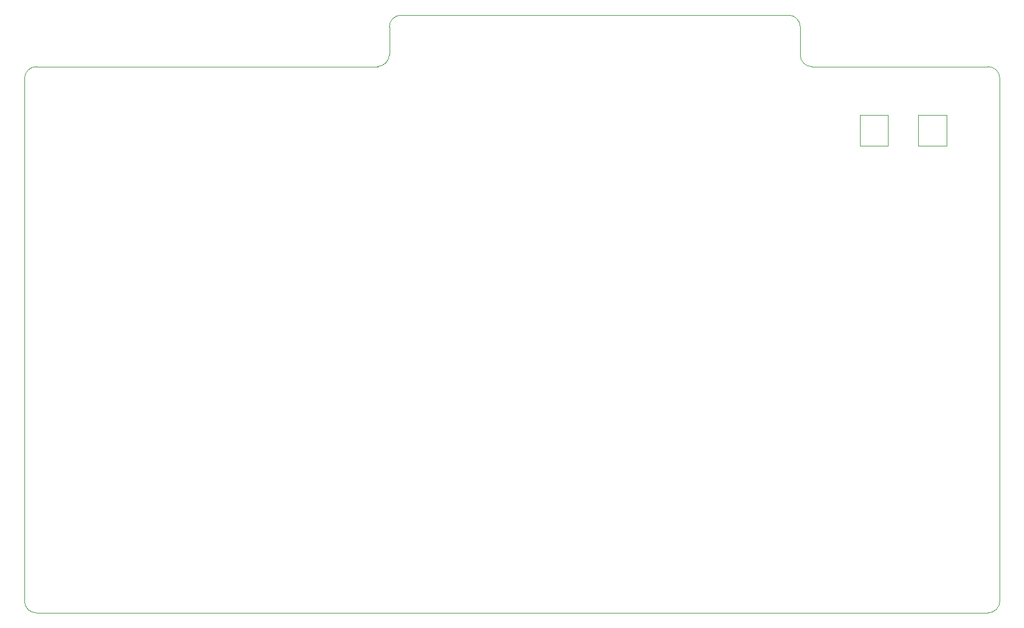
<source format=gm1>
%TF.GenerationSoftware,KiCad,Pcbnew,8.0.1*%
%TF.CreationDate,2024-04-24T14:47:18+09:00*%
%TF.ProjectId,LegionKeys,4c656769-6f6e-44b6-9579-732e6b696361,rev?*%
%TF.SameCoordinates,Original*%
%TF.FileFunction,Profile,NP*%
%FSLAX46Y46*%
G04 Gerber Fmt 4.6, Leading zero omitted, Abs format (unit mm)*
G04 Created by KiCad (PCBNEW 8.0.1) date 2024-04-24 14:47:18*
%MOMM*%
%LPD*%
G01*
G04 APERTURE LIST*
%TA.AperFunction,Profile*%
%ADD10C,0.050000*%
%TD*%
G04 APERTURE END LIST*
D10*
X121880000Y-50000000D02*
G75*
G02*
X123580000Y-48300000I1700000J0D01*
G01*
X121879999Y-54070000D02*
G75*
G02*
X120180001Y-55800018I-1829199J97200D01*
G01*
X121880000Y-50000000D02*
X121880000Y-54070000D01*
X180000000Y-48300000D02*
G75*
G02*
X181700000Y-50000000I0J-1700000D01*
G01*
X210760000Y-133700000D02*
G75*
G02*
X209050000Y-135410000I-1710000J0D01*
G01*
X68760000Y-57500000D02*
G75*
G02*
X70470000Y-55800000I1705000J-5000D01*
G01*
X180000000Y-48300000D02*
X123580000Y-48300000D01*
X210760000Y-57500000D02*
X210760000Y-133700000D01*
X209050000Y-55800000D02*
X183400000Y-55800000D01*
X209050000Y-135410000D02*
X70460000Y-135410000D01*
X68760000Y-133700000D02*
X68760000Y-57500000D01*
X120180000Y-55800000D02*
X70470000Y-55800000D01*
X183400000Y-55800000D02*
G75*
G02*
X181700000Y-54100000I0J1700000D01*
G01*
X209050000Y-55800000D02*
G75*
G02*
X210760000Y-57500000I5000J-1705000D01*
G01*
X181700000Y-54100000D02*
X181700000Y-50000000D01*
X70460000Y-135410000D02*
G75*
G02*
X68760000Y-133700000I5000J1705000D01*
G01*
%TO.C,U1*%
X190374100Y-62815600D02*
X194474100Y-62815600D01*
X194474100Y-67315600D01*
X190374100Y-67315600D01*
X190374100Y-62815600D01*
X198886600Y-62815600D02*
X202986600Y-62815600D01*
X202986600Y-67315600D01*
X198886600Y-67315600D01*
X198886600Y-62815600D01*
%TD*%
M02*

</source>
